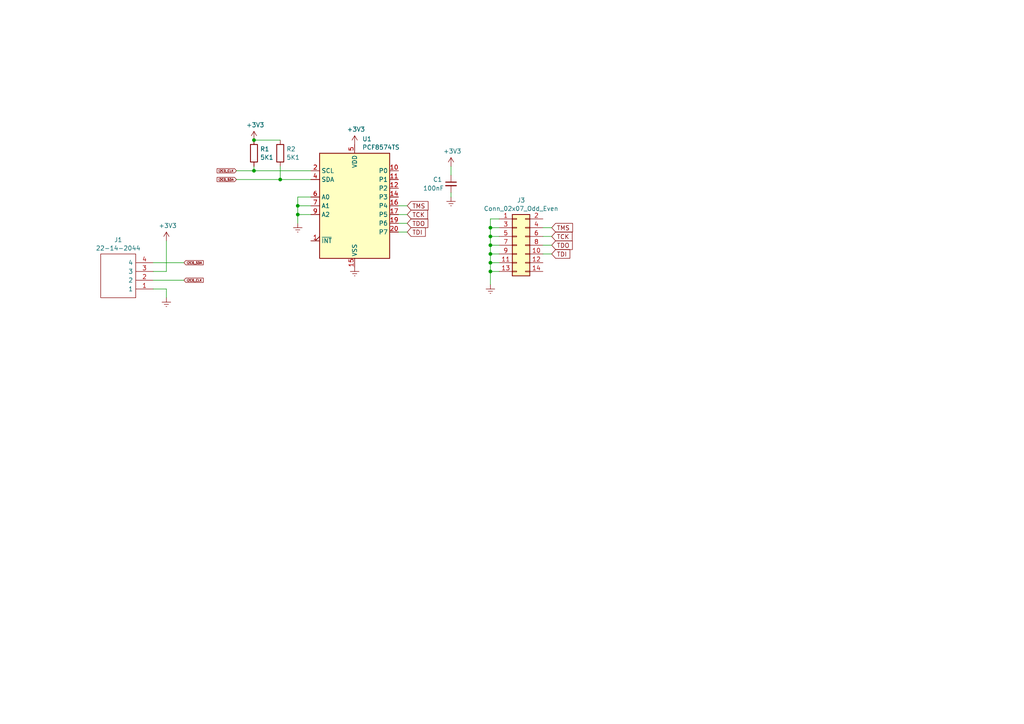
<source format=kicad_sch>
(kicad_sch (version 20230121) (generator eeschema)
  (paper "A4")
  (lib_symbols
    (symbol "22-14-2044:22-14-2044" (pin_names (offset 0.762))
      (property "Reference" "J" (at 16.51 7.62 0))
      (property "Value" "22-14-2044" (at 16.51 5.08 0))
      (symbol "22-14-2044_0_0"
        (pin passive line (at 0 0 0) (length 5.08) (name "1") (number "1"))
        (pin passive line (at 0 -2.54 0) (length 5.08) (name "2") (number "2"))
        (pin passive line (at 0 -5.08 0) (length 5.08) (name "3") (number "3"))
        (pin passive line (at 0 -7.62 0) (length 5.08) (name "4") (number "4"))
      )
      (symbol "22-14-2044_0_1"
        (polyline (pts (xy 5.08 2.54) (xy 15.24 2.54) (xy 15.24 -10.16) (xy 5.08 -10.16) (xy 5.08 2.54)) (stroke (width 0.1524)))
      )
    )
    (symbol "Connector_Generic:Conn_02x07_Odd_Even" (pin_names (offset 1.016) hide)
      (property "Reference" "J" (at 1.27 10.16 0))
      (property "Value" "Conn_02x07_Odd_Even" (at 1.27 -10.16 0))
      (symbol "Conn_02x07_Odd_Even_1_1"
        (rectangle (start -1.27 -7.493) (end 0 -7.747) (stroke (width 0.1524)))
        (rectangle (start -1.27 -4.953) (end 0 -5.207) (stroke (width 0.1524)))
        (rectangle (start -1.27 -2.413) (end 0 -2.667) (stroke (width 0.1524)))
        (rectangle (start -1.27 0.127) (end 0 -0.127) (stroke (width 0.1524)))
        (rectangle (start -1.27 2.667) (end 0 2.413) (stroke (width 0.1524)))
        (rectangle (start -1.27 5.207) (end 0 4.953) (stroke (width 0.1524)))
        (rectangle (start -1.27 7.747) (end 0 7.493) (stroke (width 0.1524)))
        (rectangle (start -1.27 8.89) (end 3.81 -8.89) (stroke (width 0.254)) (fill (type background)))
        (rectangle (start 3.81 -7.493) (end 2.54 -7.747) (stroke (width 0.1524)))
        (rectangle (start 3.81 -4.953) (end 2.54 -5.207) (stroke (width 0.1524)))
        (rectangle (start 3.81 -2.413) (end 2.54 -2.667) (stroke (width 0.1524)))
        (rectangle (start 3.81 0.127) (end 2.54 -0.127) (stroke (width 0.1524)))
        (rectangle (start 3.81 2.667) (end 2.54 2.413) (stroke (width 0.1524)))
        (rectangle (start 3.81 5.207) (end 2.54 4.953) (stroke (width 0.1524)))
        (rectangle (start 3.81 7.747) (end 2.54 7.493) (stroke (width 0.1524)))
        (pin passive line (at -5.08 7.62 0) (length 3.81) (name "Pin_1") (number "1"))
        (pin passive line (at 7.62 -2.54 180) (length 3.81) (name "Pin_10") (number "10"))
        (pin passive line (at -5.08 -5.08 0) (length 3.81) (name "Pin_11") (number "11"))
        (pin passive line (at 7.62 -5.08 180) (length 3.81) (name "Pin_12") (number "12"))
        (pin passive line (at -5.08 -7.62 0) (length 3.81) (name "Pin_13") (number "13"))
        (pin passive line (at 7.62 -7.62 180) (length 3.81) (name "Pin_14") (number "14"))
        (pin passive line (at 7.62 7.62 180) (length 3.81) (name "Pin_2") (number "2"))
        (pin passive line (at -5.08 5.08 0) (length 3.81) (name "Pin_3") (number "3"))
        (pin passive line (at 7.62 5.08 180) (length 3.81) (name "Pin_4") (number "4"))
        (pin passive line (at -5.08 2.54 0) (length 3.81) (name "Pin_5") (number "5"))
        (pin passive line (at 7.62 2.54 180) (length 3.81) (name "Pin_6") (number "6"))
        (pin passive line (at -5.08 0 0) (length 3.81) (name "Pin_7") (number "7"))
        (pin passive line (at 7.62 0 180) (length 3.81) (name "Pin_8") (number "8"))
        (pin passive line (at -5.08 -2.54 0) (length 3.81) (name "Pin_9") (number "9"))
      )
    )
    (symbol "Device:R" (pin_numbers hide) (pin_names (offset 0))
      (property "Reference" "R" (at 2.032 0 90))
      (property "Value" "R" (at 0 0 90))
      (symbol "R_0_1"
        (rectangle (start -1.016 -2.54) (end 1.016 2.54) (stroke (width 0.254)))
      )
      (symbol "R_1_1"
        (pin passive line (at 0 3.81 270) (length 1.27) (name "~") (number "1"))
        (pin passive line (at 0 -3.81 90) (length 1.27) (name "~") (number "2"))
      )
    )
    (symbol "Interface_Expansion:PCF8574TS"
      (property "Reference" "U" (at -8.89 16.51 0))
      (property "Value" "PCF8574TS" (at 3.81 16.51 0))
      (symbol "PCF8574TS_0_1"
        (rectangle (start -10.16 15.24) (end 10.16 -15.24) (stroke (width 0.254)) (fill (type background)))
      )
      (symbol "PCF8574TS_1_1"
        (pin open_collector output_low (at -12.7 -10.16 0) (length 2.54) (name "~{INT}") (number "1"))
        (pin bidirectional line (at 12.7 10.16 180) (length 2.54) (name "P0") (number "10"))
        (pin bidirectional line (at 12.7 7.62 180) (length 2.54) (name "P1") (number "11"))
        (pin bidirectional line (at 12.7 5.08 180) (length 2.54) (name "P2") (number "12"))
        (pin no_connect line (at -10.16 -5.08 0) (length 2.54) hide (name "NC") (number "13"))
        (pin bidirectional line (at 12.7 2.54 180) (length 2.54) (name "P3") (number "14"))
        (pin power_in line (at 0 -17.78 90) (length 2.54) (name "VSS") (number "15"))
        (pin bidirectional line (at 12.7 0 180) (length 2.54) (name "P4") (number "16"))
        (pin bidirectional line (at 12.7 -2.54 180) (length 2.54) (name "P5") (number "17"))
        (pin no_connect line (at -10.16 -7.62 0) (length 2.54) hide (name "NC") (number "18"))
        (pin bidirectional line (at 12.7 -5.08 180) (length 2.54) (name "P6") (number "19"))
        (pin input line (at -12.7 10.16 0) (length 2.54) (name "SCL") (number "2"))
        (pin bidirectional line (at 12.7 -7.62 180) (length 2.54) (name "P7") (number "20"))
        (pin no_connect line (at 10.16 -10.16 180) (length 2.54) hide (name "NC") (number "3"))
        (pin bidirectional line (at -12.7 7.62 0) (length 2.54) (name "SDA") (number "4"))
        (pin power_in line (at 0 17.78 270) (length 2.54) (name "VDD") (number "5"))
        (pin input line (at -12.7 2.54 0) (length 2.54) (name "A0") (number "6"))
        (pin input line (at -12.7 0 0) (length 2.54) (name "A1") (number "7"))
        (pin no_connect line (at 10.16 -12.7 180) (length 2.54) hide (name "NC") (number "8"))
        (pin input line (at -12.7 -2.54 0) (length 2.54) (name "A2") (number "9"))
      )
    )
    (symbol "Z3660_v02:C_Small" (pin_numbers hide) (pin_names (offset 0.254) hide)
      (property "Reference" "C" (at 0.254 1.778 0))
      (property "Value" "C_Small" (at 0.254 -2.032 0))
      (symbol "C_Small_0_1"
        (polyline (pts (xy -1.524 -0.508) (xy 1.524 -0.508)) (stroke (width 0.3302)))
        (polyline (pts (xy -1.524 0.508) (xy 1.524 0.508)) (stroke (width 0.3048)))
      )
      (symbol "C_Small_1_1"
        (pin passive line (at 0 2.54 270) (length 2.032) (name "~") (number "1"))
        (pin passive line (at 0 -2.54 90) (length 2.032) (name "~") (number "2"))
      )
    )
    (symbol "power:+3V3" (power) (pin_names (offset 0))
      (property "Value" "+3V3" (at 0 3.556 0))
      (symbol "+3V3_0_1"
        (polyline (pts (xy -0.762 1.27) (xy 0 2.54)))
        (polyline (pts (xy 0 0) (xy 0 2.54)))
        (polyline (pts (xy 0 2.54) (xy 0.762 1.27)))
      )
      (symbol "+3V3_1_1"
        (pin power_in line (at 0 0 90) (length 0) hide (name "+3V3") (number "1"))
      )
    )
    (symbol "power:Earth" (power) (pin_names (offset 0))
      (symbol "Earth_0_1"
        (polyline (pts (xy -0.635 -1.905) (xy 0.635 -1.905)))
        (polyline (pts (xy -0.127 -2.54) (xy 0.127 -2.54)))
        (polyline (pts (xy 0 -1.27) (xy 0 0)))
        (polyline (pts (xy 1.27 -1.27) (xy -1.27 -1.27)))
      )
      (symbol "Earth_1_1"
        (pin power_in line (at 0 0 270) (length 0) hide (name "Earth") (number "1"))
      )
    )
  )
  (junction (at 73.66 40.64))
  (junction (at 142.24 73.66))
  (junction (at 73.66 49.53))
  (junction (at 142.24 68.58))
  (junction (at 142.24 78.74))
  (junction (at 86.36 59.69))
  (junction (at 81.28 52.07))
  (junction (at 142.24 71.12))
  (junction (at 86.36 62.23))
  (junction (at 142.24 66.04))
  (junction (at 142.24 76.2))
  (wire (pts (xy 118.11 64.77) (xy 115.57 64.77)))
  (wire (pts (xy 160.02 66.04) (xy 157.48 66.04)))
  (wire (pts (xy 118.11 62.23) (xy 115.57 62.23)))
  (wire (pts (xy 86.36 59.69) (xy 86.36 62.23)))
  (wire (pts (xy 44.45 81.28) (xy 53.34 81.28)))
  (wire (pts (xy 86.36 57.15) (xy 86.36 59.69)))
  (wire (pts (xy 48.26 83.82) (xy 48.26 86.36)))
  (wire (pts (xy 86.36 62.23) (xy 90.17 62.23)))
  (wire (pts (xy 142.24 78.74) (xy 144.78 78.74)))
  (wire (pts (xy 44.45 76.2) (xy 53.34 76.2)))
  (wire (pts (xy 73.66 40.64) (xy 81.28 40.64)))
  (wire (pts (xy 142.24 68.58) (xy 144.78 68.58)))
  (wire (pts (xy 81.28 48.26) (xy 81.28 52.07)))
  (wire (pts (xy 160.02 73.66) (xy 157.48 73.66)))
  (wire (pts (xy 68.58 49.53) (xy 73.66 49.53)))
  (wire (pts (xy 73.66 48.26) (xy 73.66 49.53)))
  (wire (pts (xy 142.24 76.2) (xy 142.24 78.74)))
  (wire (pts (xy 142.24 73.66) (xy 144.78 73.66)))
  (wire (pts (xy 160.02 68.58) (xy 157.48 68.58)))
  (wire (pts (xy 90.17 57.15) (xy 86.36 57.15)))
  (wire (pts (xy 142.24 66.04) (xy 144.78 66.04)))
  (wire (pts (xy 142.24 76.2) (xy 144.78 76.2)))
  (wire (pts (xy 81.28 52.07) (xy 90.17 52.07)))
  (wire (pts (xy 44.45 78.74) (xy 48.26 78.74)))
  (wire (pts (xy 142.24 68.58) (xy 142.24 71.12)))
  (wire (pts (xy 86.36 59.69) (xy 90.17 59.69)))
  (wire (pts (xy 118.11 67.31) (xy 115.57 67.31)))
  (wire (pts (xy 142.24 63.5) (xy 142.24 66.04)))
  (wire (pts (xy 142.24 78.74) (xy 142.24 82.55)))
  (wire (pts (xy 142.24 66.04) (xy 142.24 68.58)))
  (wire (pts (xy 160.02 71.12) (xy 157.48 71.12)))
  (wire (pts (xy 130.81 55.88) (xy 130.81 57.15)))
  (wire (pts (xy 144.78 63.5) (xy 142.24 63.5)))
  (wire (pts (xy 86.36 62.23) (xy 86.36 64.77)))
  (wire (pts (xy 142.24 71.12) (xy 144.78 71.12)))
  (wire (pts (xy 48.26 69.85) (xy 48.26 78.74)))
  (wire (pts (xy 130.81 50.8) (xy 130.81 48.26)))
  (wire (pts (xy 73.66 49.53) (xy 90.17 49.53)))
  (wire (pts (xy 44.45 83.82) (xy 48.26 83.82)))
  (wire (pts (xy 118.11 59.69) (xy 115.57 59.69)))
  (wire (pts (xy 142.24 73.66) (xy 142.24 76.2)))
  (wire (pts (xy 142.24 71.12) (xy 142.24 73.66)))
  (wire (pts (xy 68.58 52.07) (xy 81.28 52.07)))
  (global_label "TMS" (shape input) (at 160.02 66.04 0) (property "Intersheetrefs" "${INTERSHEET_REFS}" (effects hide)))
  (global_label "TDI" (shape input) (at 118.11 67.31 0) (property "Intersheetrefs" "${INTERSHEET_REFS}" (effects hide)))
  (global_label "TDO" (shape input) (at 160.02 71.12 0) (property "Intersheetrefs" "${INTERSHEET_REFS}" (effects hide)))
  (global_label "TMS" (shape input) (at 118.11 59.69 0) (property "Intersheetrefs" "${INTERSHEET_REFS}" (effects hide)))
  (global_label "I2C0_CLK" (shape input) (at 53.34 81.28 0) (effects (font (size 0.635 0.635))) (property "Intersheetrefs" "${INTERSHEET_REFS}" (effects hide)))
  (global_label "I2C0_SDA" (shape input) (at 68.58 52.07 180) (effects (font (size 0.635 0.635))) (property "Intersheetrefs" "${INTERSHEET_REFS}" (effects hide)))
  (global_label "TCK" (shape input) (at 160.02 68.58 0) (property "Intersheetrefs" "${INTERSHEET_REFS}" (effects hide)))
  (global_label "I2C0_CLK" (shape input) (at 68.58 49.53 180) (effects (font (size 0.635 0.635))) (property "Intersheetrefs" "${INTERSHEET_REFS}" (effects hide)))
  (global_label "I2C0_SDA" (shape input) (at 53.34 76.2 0) (effects (font (size 0.635 0.635))) (property "Intersheetrefs" "${INTERSHEET_REFS}" (effects hide)))
  (global_label "TDI" (shape input) (at 160.02 73.66 0) (property "Intersheetrefs" "${INTERSHEET_REFS}" (effects hide)))
  (global_label "TDO" (shape input) (at 118.11 64.77 0) (property "Intersheetrefs" "${INTERSHEET_REFS}" (effects hide)))
  (global_label "TCK" (shape input) (at 118.11 62.23 0) (property "Intersheetrefs" "${INTERSHEET_REFS}" (effects hide)))
  (symbol (lib_id "Z3660_v02:C_Small") (at 130.81 53.34 0) (mirror y) (unit 1)
    (property "Reference" "C1" (at 128.27 52.07 0) (effects (justify left)))
    (property "Value" "100nF" (at 125.73 54.61 0))
    (property "Footprint" "Capacitor_SMD:C_0805_2012Metric_Pad1.18x1.45mm_HandSolder" (effects hide))
  )
  (symbol (lib_id "power:+3V3") (at 130.81 48.26 0) (unit 1)
    (property "Reference" "#PWR02" (effects hide))
    (property "Value" "+3V3" (at 131.191 43.8658 0))
  )
  (symbol (lib_id "Device:R") (at 81.28 44.45 0) (unit 1)
    (property "Reference" "R2" (at 83.058 43.2379 0) (effects (justify left)))
    (property "Value" "5K1" (at 83.058 45.6621 0) (effects (justify left)))
    (property "Footprint" "Resistor_SMD:R_0805_2012Metric_Pad1.20x1.40mm_HandSolder" (effects hide))
  )
  (symbol (lib_id "power:+3V3") (at 48.26 69.85 0) (unit 1)
    (property "Reference" "#PWR08" (effects hide))
    (property "Value" "+3V3" (at 48.641 65.4558 0))
  )
  (symbol (lib_id "power:+3V3") (at 73.66 40.64 0) (unit 1)
    (property "Reference" "#PWR06" (effects hide))
    (property "Value" "+3V3" (at 74.041 36.2458 0))
  )
  (symbol (lib_id "22-14-2044:22-14-2044") (at 44.45 83.82 180) (unit 1)
    (property "Reference" "J1" (at 34.29 69.5665 0))
    (property "Value" "22-14-2044" (at 34.29 71.9907 0))
    (property "Footprint" "Library:22142044" (effects hide))
    (property "Datasheet" "https://componentsearchengine.com/Datasheets/1/22-14-2044.pdf" (effects hide))
    (property "Description" "Molex KK Series 2.54mm 4 Way 1 Row Straight PCB Socket Through Hole Socket Strip" (effects hide))
    (property "Height" "8.71" (effects hide))
    (property "Mouser Part Number" "538-22-14-2044" (effects hide))
    (property "Mouser Price/Stock" "https://www.mouser.co.uk/ProductDetail/Molex/22-14-2044?qs=K8BHR703ZXj0Vr8%2FZ%2FBb8A%3D%3D" (effects hide))
    (property "Manufacturer_Name" "Molex" (effects hide))
    (property "Manufacturer_Part_Number" "22-14-2044" (effects hide))
  )
  (symbol (lib_id "Connector_Generic:Conn_02x07_Odd_Even") (at 149.86 71.12 0) (unit 1)
    (property "Reference" "J3" (at 151.13 58.0857 0))
    (property "Value" "Conn_02x07_Odd_Even" (at 151.13 60.5099 0))
    (property "Footprint" "Connector_PinSocket_2.54mm:PinSocket_2x07_P2.54mm_Vertical" (effects hide))
  )
  (symbol (lib_id "Device:R") (at 73.66 44.45 0) (unit 1)
    (property "Reference" "R1" (at 75.438 43.2379 0) (effects (justify left)))
    (property "Value" "5K1" (at 75.438 45.6621 0) (effects (justify left)))
    (property "Footprint" "Resistor_SMD:R_0805_2012Metric_Pad1.20x1.40mm_HandSolder" (effects hide))
  )
  (symbol (lib_id "power:+3V3") (at 102.87 41.91 0) (unit 1)
    (property "Reference" "#PWR01" (effects hide))
    (property "Value" "+3V3" (at 103.251 37.5158 0))
  )
  (symbol (lib_id "power:Earth") (at 142.24 82.55 0) (unit 1)
    (property "Reference" "#PWR09" (effects hide))
    (property "Value" "Earth" (effects hide))
  )
  (symbol (lib_id "power:Earth") (at 130.81 57.15 0) (unit 1)
    (property "Reference" "#PWR03" (effects hide))
    (property "Value" "Earth" (effects hide))
  )
  (symbol (lib_id "power:Earth") (at 102.87 77.47 0) (unit 1)
    (property "Reference" "#PWR05" (effects hide))
    (property "Value" "Earth" (effects hide))
  )
  (symbol (lib_id "Interface_Expansion:PCF8574TS") (at 102.87 59.69 0) (unit 1)
    (property "Reference" "U1" (at 105.0641 40.3057 0) (effects (justify left)))
    (property "Value" "PCF8574TS" (at 105.0641 42.7299 0) (effects (justify left)))
    (property "Footprint" "Package_SO:SSOP-20_4.4x6.5mm_P0.65mm" (effects hide))
    (property "Datasheet" "http://www.nxp.com/docs/en/data-sheet/PCF8574_PCF8574A.pdf" (effects hide))
  )
  (symbol (lib_id "power:Earth") (at 48.26 86.36 0) (unit 1)
    (property "Reference" "#PWR07" (effects hide))
    (property "Value" "Earth" (effects hide))
  )
  (symbol (lib_id "power:Earth") (at 86.36 64.77 0) (unit 1)
    (property "Reference" "#PWR04" (effects hide))
    (property "Value" "Earth" (effects hide))
  )
)
</source>
